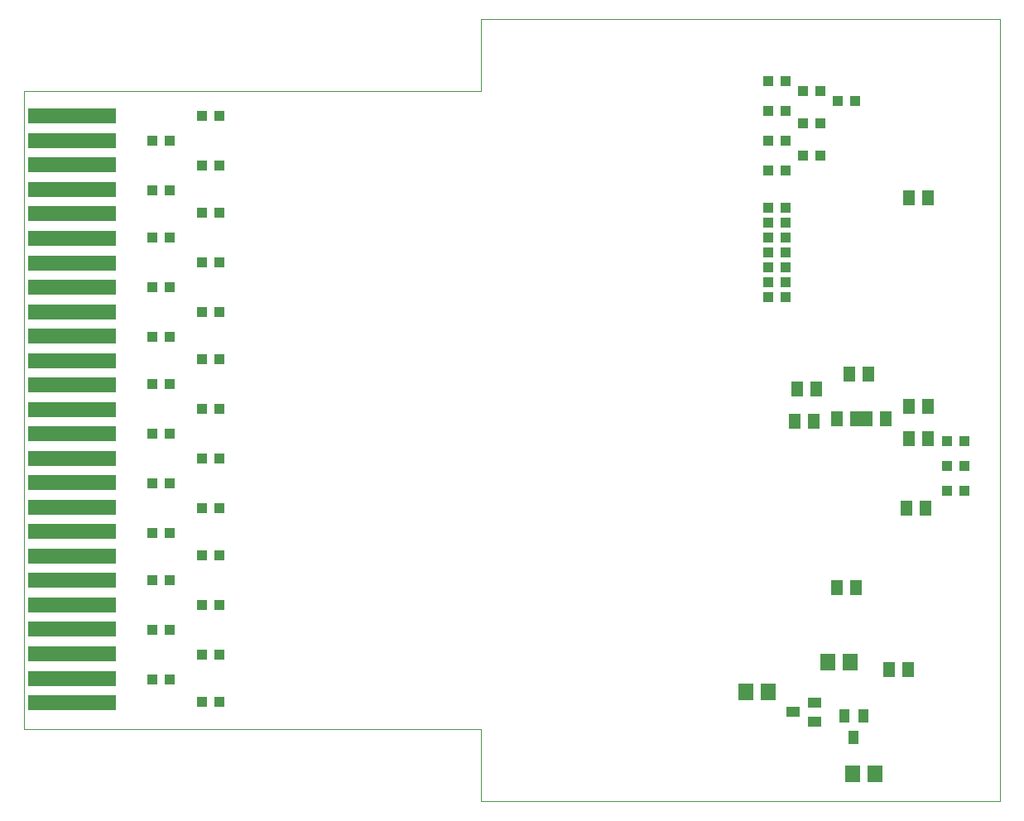
<source format=gbp>
G75*
%MOIN*%
%OFA0B0*%
%FSLAX24Y24*%
%IPPOS*%
%LPD*%
%AMOC8*
5,1,8,0,0,1.08239X$1,22.5*
%
%ADD10C,0.0000*%
%ADD11R,0.3543X0.0591*%
%ADD12R,0.0394X0.0433*%
%ADD13R,0.0551X0.0394*%
%ADD14R,0.0394X0.0551*%
%ADD15R,0.0610X0.0709*%
%ADD16R,0.0512X0.0591*%
D10*
X000450Y003000D02*
X018850Y003000D01*
X018850Y000100D01*
X039720Y000100D01*
X039720Y031596D01*
X018850Y031596D01*
X018850Y028700D01*
X000450Y028700D01*
X000450Y003000D01*
D11*
X002372Y004078D03*
X002372Y005062D03*
X002372Y006046D03*
X002372Y007031D03*
X002372Y008015D03*
X002372Y008999D03*
X002372Y009983D03*
X002372Y010968D03*
X002372Y011952D03*
X002372Y012936D03*
X002372Y013920D03*
X002372Y014905D03*
X002372Y015889D03*
X002372Y016873D03*
X002372Y017857D03*
X002372Y018842D03*
X002372Y019826D03*
X002372Y020810D03*
X002372Y021794D03*
X002372Y022779D03*
X002372Y023763D03*
X002372Y024747D03*
X002372Y025731D03*
X002372Y026716D03*
X002372Y027700D03*
D12*
X005615Y026700D03*
X006285Y026700D03*
X007615Y025700D03*
X008285Y025700D03*
X006285Y024700D03*
X005615Y024700D03*
X007615Y023800D03*
X008285Y023800D03*
X006285Y022800D03*
X005615Y022800D03*
X007615Y021800D03*
X008285Y021800D03*
X006285Y020800D03*
X005615Y020800D03*
X007615Y019800D03*
X008285Y019800D03*
X006285Y018800D03*
X005615Y018800D03*
X007615Y017900D03*
X008285Y017900D03*
X006285Y016900D03*
X005615Y016900D03*
X007615Y015900D03*
X008285Y015900D03*
X006285Y014900D03*
X005615Y014900D03*
X007615Y013900D03*
X008285Y013900D03*
X006285Y012900D03*
X005615Y012900D03*
X007615Y011900D03*
X008285Y011900D03*
X006285Y010900D03*
X005615Y010900D03*
X007615Y010000D03*
X008285Y010000D03*
X006285Y009000D03*
X005615Y009000D03*
X007615Y008000D03*
X008285Y008000D03*
X006285Y007000D03*
X005615Y007000D03*
X007615Y006000D03*
X008285Y006000D03*
X006285Y005000D03*
X005615Y005000D03*
X007615Y004100D03*
X008285Y004100D03*
X030415Y020400D03*
X030415Y021000D03*
X030415Y021600D03*
X030415Y022200D03*
X030415Y022800D03*
X030415Y023400D03*
X030415Y024000D03*
X031085Y024000D03*
X031085Y023400D03*
X031085Y022800D03*
X031085Y022200D03*
X031085Y021600D03*
X031085Y021000D03*
X031085Y020400D03*
X031085Y025500D03*
X030415Y025500D03*
X031815Y026100D03*
X032485Y026100D03*
X031085Y026700D03*
X030415Y026700D03*
X031815Y027400D03*
X032485Y027400D03*
X033215Y028300D03*
X033885Y028300D03*
X032485Y028700D03*
X031815Y028700D03*
X031085Y029100D03*
X030415Y029100D03*
X030415Y027900D03*
X031085Y027900D03*
X037615Y014600D03*
X038285Y014600D03*
X038285Y013600D03*
X037615Y013600D03*
X037615Y012600D03*
X038285Y012600D03*
X008285Y027700D03*
X007615Y027700D03*
D13*
X032283Y004074D03*
X032283Y003326D03*
X031417Y003700D03*
D14*
X033476Y003533D03*
X034224Y003533D03*
X033850Y002667D03*
D15*
X033787Y001200D03*
X034713Y001200D03*
X030413Y004500D03*
X029487Y004500D03*
X032787Y005700D03*
X033713Y005700D03*
D16*
X035276Y005400D03*
X036024Y005400D03*
X033924Y008700D03*
X033176Y008700D03*
X035976Y011900D03*
X036724Y011900D03*
X036824Y014700D03*
X036076Y014700D03*
X035124Y015500D03*
X034376Y015500D03*
X033924Y015500D03*
X033176Y015500D03*
X032224Y015400D03*
X031476Y015400D03*
X031576Y016700D03*
X032324Y016700D03*
X033676Y017300D03*
X034424Y017300D03*
X036076Y016000D03*
X036824Y016000D03*
X036824Y024400D03*
X036076Y024400D03*
M02*

</source>
